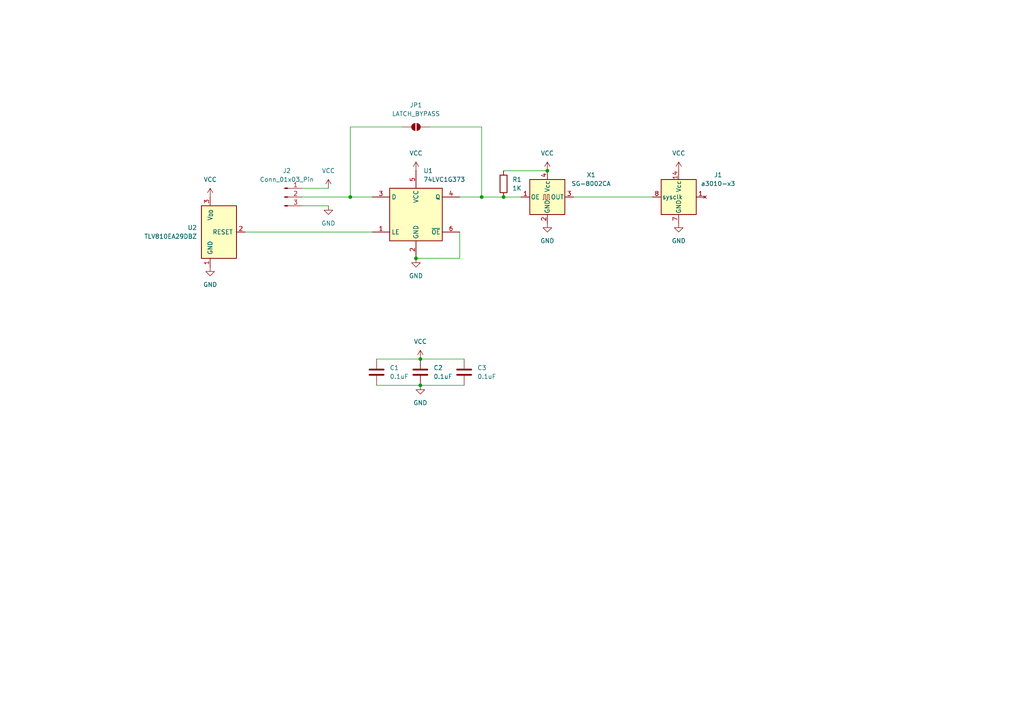
<source format=kicad_sch>
(kicad_sch (version 20250114) (generator "eeschema") (generator_version "9.0")
  (paper "A4")
  (title_block (title "a3010-sysclk-switcher") (date "2025-09-05") (rev "1.0"))
  (lib_symbols
    (symbol "74xGxx:74LVC1G373"
      (property "Reference" "U" (at -5.08 10.16 0))
      (property "Value" "74LVC1G373" (at 7.62 -10.16 0))
      (symbol "74LVC1G373_0_1"
        (rectangle (start -7.62 7.62) (end 7.62 -7.62) (stroke (width 0.254)) (fill (type background)))
      )
      (symbol "74LVC1G373_1_1"
        (pin input line (at -12.7 5.08 0) (length 5.08) (name "D") (number "3"))
        (pin input line (at -12.7 -5.08 0) (length 5.08) (name "LE") (number "1"))
        (pin power_in line (at 0 12.7 270) (length 5.08) (name "VCC") (number "5"))
        (pin power_in line (at 0 -12.7 90) (length 5.08) (name "GND") (number "2"))
        (pin tri_state line (at 12.7 5.08 180) (length 5.08) (name "Q") (number "4"))
        (pin input line (at 12.7 -5.08 180) (length 5.08) (name "~{OE}") (number "6"))
      )
    )
    (symbol "Connector:Conn_01x03_Pin" (pin_names (offset 1.016) (hide yes))
      (property "Reference" "J" (at 0 5.08 0))
      (property "Value" "Conn_01x03_Pin" (at 0 -5.08 0))
      (symbol "Conn_01x03_Pin_1_1"
        (rectangle (start 0.8636 2.667) (end 0 2.413) (stroke (width 0.1524)) (fill (type outline)))
        (rectangle (start 0.8636 0.127) (end 0 -0.127) (stroke (width 0.1524)) (fill (type outline)))
        (rectangle (start 0.8636 -2.413) (end 0 -2.667) (stroke (width 0.1524)) (fill (type outline)))
        (polyline (pts (xy 1.27 2.54) (xy 0.8636 2.54)) (stroke (width 0.1524)))
        (polyline (pts (xy 1.27 0) (xy 0.8636 0)) (stroke (width 0.1524)))
        (polyline (pts (xy 1.27 -2.54) (xy 0.8636 -2.54)) (stroke (width 0.1524)))
        (pin passive line (at 5.08 2.54 180) (length 3.81) (name "Pin_1") (number "1"))
        (pin passive line (at 5.08 0 180) (length 3.81) (name "Pin_2") (number "2"))
        (pin passive line (at 5.08 -2.54 180) (length 3.81) (name "Pin_3") (number "3"))
      )
    )
    (symbol "Device:C" (pin_numbers (hide yes)) (pin_names (offset 0.254))
      (property "Reference" "C" (at 0.635 2.54 0))
      (property "Value" "C" (at 0.635 -2.54 0))
      (symbol "C_0_1"
        (polyline (pts (xy -2.032 0.762) (xy 2.032 0.762)) (stroke (width 0.508)))
        (polyline (pts (xy -2.032 -0.762) (xy 2.032 -0.762)) (stroke (width 0.508)))
      )
      (symbol "C_1_1"
        (pin passive line (at 0 3.81 270) (length 2.794) (name "~") (number "1"))
        (pin passive line (at 0 -3.81 90) (length 2.794) (name "~") (number "2"))
      )
    )
    (symbol "Device:R" (pin_numbers (hide yes)) (pin_names (offset 0))
      (property "Reference" "R" (at 2.032 0 90))
      (property "Value" "R" (at 0 0 90))
      (symbol "R_0_1"
        (rectangle (start -1.016 -2.54) (end 1.016 2.54) (stroke (width 0.254)))
      )
      (symbol "R_1_1"
        (pin passive line (at 0 3.81 270) (length 1.27) (name "~") (number "1"))
        (pin passive line (at 0 -3.81 90) (length 1.27) (name "~") (number "2"))
      )
    )
    (symbol "Jumper:SolderJumper_2_Open" (pin_numbers (hide yes)) (pin_names (offset 0) (hide yes)) (in_bom no)
      (property "Reference" "JP" (at 0 2.032 0))
      (property "Value" "SolderJumper_2_Open" (at 0 -2.54 0))
      (symbol "SolderJumper_2_Open_0_1"
        (polyline (pts (xy -0.254 1.016) (xy -0.254 -1.016)))
        (arc (start -0.254 -1.016) (mid -1.2656 0) (end -0.254 1.016))
        (arc (start -0.254 -1.016) (mid -1.2656 0) (end -0.254 1.016) (fill (type outline)))
        (arc (start 0.254 1.016) (mid 1.2656 0) (end 0.254 -1.016))
        (arc (start 0.254 1.016) (mid 1.2656 0) (end 0.254 -1.016) (fill (type outline)))
        (polyline (pts (xy 0.254 1.016) (xy 0.254 -1.016)))
      )
      (symbol "SolderJumper_2_Open_1_1"
        (pin passive line (at -3.81 0 0) (length 2.54) (name "A") (number "1"))
        (pin passive line (at 3.81 0 180) (length 2.54) (name "B") (number "2"))
      )
    )
    (symbol "Oscillator:SG-8002CA" (pin_names (offset 0.254))
      (property "Reference" "Y" (at -5.08 6.35 0))
      (property "Value" "SG-8002CA" (at 1.27 -6.35 0))
      (symbol "SG-8002CA_0_1"
        (rectangle (start -5.08 5.08) (end 5.08 -5.08) (stroke (width 0.254)) (fill (type background)))
        (polyline (pts (xy -1.27 -0.762) (xy -1.016 -0.762) (xy -1.016 0.762) (xy -0.508 0.762) (xy -0.508 -0.762) (xy 0 -0.762) (xy 0 0.762) (xy 0.508 0.762) (xy 0.508 -0.762) (xy 0.762 -0.762)))
      )
      (symbol "SG-8002CA_1_1"
        (pin input line (at -7.62 0 0) (length 2.54) (name "OE") (number "1"))
        (pin power_in line (at 0 7.62 270) (length 2.54) (name "Vcc") (number "4"))
        (pin power_in line (at 0 -7.62 90) (length 2.54) (name "GND") (number "2"))
        (pin output line (at 7.62 0 180) (length 2.54) (name "OUT") (number "3"))
      )
    )
    (symbol "Power_Supervisor:TLV810EA29DBZ" (pin_names (offset 1.016))
      (property "Reference" "U" (at 2.54 10.16 0))
      (property "Value" "TLV810EA29DBZ" (at 10.16 12.7 0))
      (symbol "TLV810EA29DBZ_1_1"
        (rectangle (start -5.08 7.62) (end 5.08 -7.62) (stroke (width 0.254)) (fill (type background)))
        (pin power_in line (at -2.54 10.16 270) (length 2.54) (name "V_{DD}") (number "3"))
        (pin power_in line (at -2.54 -10.16 90) (length 2.54) (name "GND") (number "1"))
        (pin output line (at 7.62 0 180) (length 2.54) (name "RESET") (number "2"))
      )
    )
    (symbol "acorn-hw-symbols:a3010-x3" (pin_names (offset 0.254))
      (property "Reference" "J" (at -5.08 6.35 0))
      (property "Value" "a3010-x3" (at 1.27 -6.35 0))
      (symbol "a3010-x3_0_1"
        (rectangle (start -5.08 5.08) (end 5.08 -5.08) (stroke (width 0.254)) (fill (type background)))
      )
      (symbol "a3010-x3_1_1"
        (pin input line (at -7.62 0 0) (length 2.54) (name "sysclk") (number "8"))
        (pin power_out line (at 0 7.62 270) (length 2.54) (name "Vcc") (number "14"))
        (pin power_out line (at 0 -7.62 90) (length 2.54) (name "GND") (number "7"))
        (pin no_connect line (at 7.62 0 180) (length 2.54) (name "") (number "1"))
      )
    )
    (symbol "power:GND" (power) (pin_numbers (hide yes)) (pin_names (offset 0) (hide yes))
      (property "Value" "GND" (at 0 -3.81 0))
      (symbol "GND_0_1"
        (polyline (pts (xy 0 0) (xy 0 -1.27) (xy 1.27 -1.27) (xy 0 -2.54) (xy -1.27 -1.27) (xy 0 -1.27)))
      )
      (symbol "GND_1_1"
        (pin power_in line (at 0 0 270) (length 0) (name "~") (number "1"))
      )
    )
    (symbol "power:VCC" (power) (pin_numbers (hide yes)) (pin_names (offset 0) (hide yes))
      (property "Value" "VCC" (at 0 3.556 0))
      (symbol "VCC_0_1"
        (polyline (pts (xy -0.762 1.27) (xy 0 2.54)))
        (polyline (pts (xy 0 2.54) (xy 0.762 1.27)))
        (polyline (pts (xy 0 0) (xy 0 2.54)))
      )
      (symbol "VCC_1_1"
        (pin power_in line (at 0 0 90) (length 0) (name "~") (number "1"))
      )
    )
  )
  (junction (at 139.7 57.15))
  (junction (at 121.92 111.76))
  (junction (at 120.65 74.93))
  (junction (at 158.75 49.53))
  (junction (at 146.05 57.15))
  (junction (at 121.92 104.14))
  (junction (at 101.6 57.15))
  (wire (pts (xy 87.63 54.61) (xy 95.25 54.61)))
  (wire (pts (xy 121.92 104.14) (xy 134.62 104.14)))
  (wire (pts (xy 109.22 111.76) (xy 121.92 111.76)))
  (wire (pts (xy 120.65 74.93) (xy 133.35 74.93)))
  (wire (pts (xy 146.05 49.53) (xy 158.75 49.53)))
  (wire (pts (xy 101.6 36.83) (xy 116.84 36.83)))
  (wire (pts (xy 87.63 57.15) (xy 101.6 57.15)))
  (wire (pts (xy 101.6 57.15) (xy 101.6 36.83)))
  (wire (pts (xy 139.7 57.15) (xy 146.05 57.15)))
  (wire (pts (xy 109.22 104.14) (xy 121.92 104.14)))
  (wire (pts (xy 124.46 36.83) (xy 139.7 36.83)))
  (wire (pts (xy 101.6 57.15) (xy 107.95 57.15)))
  (wire (pts (xy 139.7 36.83) (xy 139.7 57.15)))
  (wire (pts (xy 133.35 57.15) (xy 139.7 57.15)))
  (wire (pts (xy 121.92 111.76) (xy 134.62 111.76)))
  (wire (pts (xy 166.37 57.15) (xy 189.23 57.15)))
  (wire (pts (xy 146.05 57.15) (xy 151.13 57.15)))
  (wire (pts (xy 71.12 67.31) (xy 107.95 67.31)))
  (wire (pts (xy 133.35 74.93) (xy 133.35 67.31)))
  (wire (pts (xy 87.63 59.69) (xy 95.25 59.69)))
  (symbol (lib_id "Device:C") (at 121.92 107.95 0) (unit 1)
    (property "Reference" "C2" (at 125.73 106.6799 0) (effects (justify left)))
    (property "Value" "0.1uF" (at 125.73 109.2199 0) (effects (justify left)))
    (property "Footprint" "Capacitor_SMD:C_0805_2012Metric_Pad1.18x1.45mm_HandSolder" (effects (hide yes)))
    (property "Description" "Unpolarized capacitor" (effects (hide yes)))
  )
  (symbol (lib_id "Jumper:SolderJumper_2_Open") (at 120.65 36.83 0) (unit 1) (in_bom no)
    (property "Reference" "JP1" (at 120.65 30.48 0))
    (property "Value" "LATCH_BYPASS" (at 120.65 33.02 0))
    (property "Footprint" "Resistor_SMD:R_0805_2012Metric_Pad1.20x1.40mm_HandSolder" (effects (hide yes)))
    (property "Description" "Solder Jumper, 2-pole, open" (effects (hide yes)))
  )
  (symbol (lib_id "power:VCC") (at 196.85 49.53 0) (unit 1)
    (property "Reference" "#PWR03" (effects (hide yes)))
    (property "Value" "VCC" (at 196.85 44.45 0))
    (property "Description" "Power symbol creates a global label with name \"VCC\"" (effects (hide yes)))
  )
  (symbol (lib_id "power:VCC") (at 60.96 57.15 0) (unit 1)
    (property "Reference" "#PWR015" (effects (hide yes)))
    (property "Value" "VCC" (at 60.96 52.07 0))
    (property "Description" "Power symbol creates a global label with name \"VCC\"" (effects (hide yes)))
  )
  (symbol (lib_id "Device:R") (at 146.05 53.34 0) (unit 1)
    (property "Reference" "R1" (at 148.59 52.0699 0) (effects (justify left)))
    (property "Value" "1K" (at 148.59 54.6099 0) (effects (justify left)))
    (property "Footprint" "Resistor_SMD:R_0805_2012Metric_Pad1.20x1.40mm_HandSolder" (effects (hide yes)))
    (property "Description" "Resistor" (effects (hide yes)))
  )
  (symbol (lib_id "power:GND") (at 158.75 64.77 0) (unit 1)
    (property "Reference" "#PWR05" (effects (hide yes)))
    (property "Value" "GND" (at 158.75 69.85 0))
    (property "Description" "Power symbol creates a global label with name \"GND\" , ground" (effects (hide yes)))
  )
  (symbol (lib_id "Connector:Conn_01x03_Pin") (at 82.55 57.15 0) (unit 1)
    (property "Reference" "J2" (at 83.185 49.53 0))
    (property "Value" "Conn_01x03_Pin" (at 83.185 52.07 0))
    (property "Footprint" "Connector_PinHeader_2.54mm:PinHeader_1x03_P2.54mm_Vertical" (effects (hide yes)))
    (property "Description" "Generic connector, single row, 01x03, script generated" (effects (hide yes)))
  )
  (symbol (lib_id "power:VCC") (at 120.65 49.53 0) (unit 1)
    (property "Reference" "#PWR09" (effects (hide yes)))
    (property "Value" "VCC" (at 120.65 44.45 0))
    (property "Description" "Power symbol creates a global label with name \"VCC\"" (effects (hide yes)))
  )
  (symbol (lib_id "power:VCC") (at 95.25 54.61 0) (unit 1)
    (property "Reference" "#PWR013" (effects (hide yes)))
    (property "Value" "VCC" (at 95.25 49.53 0))
    (property "Description" "Power symbol creates a global label with name \"VCC\"" (effects (hide yes)))
  )
  (symbol (lib_id "acorn-hw-symbols:a3010-x3") (at 196.85 57.15 0) (unit 1)
    (property "Reference" "J1" (at 208.28 50.7298 0))
    (property "Value" "a3010-x3" (at 208.28 53.2698 0))
    (property "Footprint" "acorn-hw-footprints:a3010-x3" (effects (hide yes)))
    (property "Datasheet" "http://cdn-reichelt.de/documents/datenblatt/B400/OSZI.pdf" (effects (hide yes)))
    (property "Description" "Crystal Clock Oscillator, DIP14-style metal package" (effects (hide yes)))
  )
  (symbol (lib_id "power:VCC") (at 121.92 104.14 0) (unit 1)
    (property "Reference" "#PWR011" (effects (hide yes)))
    (property "Value" "VCC" (at 121.92 99.06 0))
    (property "Description" "Power symbol creates a global label with name \"VCC\"" (effects (hide yes)))
  )
  (symbol (lib_id "Oscillator:SG-8002CA") (at 158.75 57.15 0) (unit 1)
    (property "Reference" "X1" (at 171.45 50.7298 0))
    (property "Value" "SG-8002CA" (at 171.45 53.2698 0))
    (property "Footprint" "Oscillator:Oscillator_SMD_SeikoEpson_SG8002CA-4Pin_7.0x5.0mm_HandSoldering" (effects (hide yes)))
    (property "Datasheet" "https://support.epson.biz/td/api/doc_check.php?mode=dl&lang=en&Parts=SG-8002DC" (effects (hide yes)))
    (property "Description" "CMOS Clock Oscillator 1 to 125 MHz" (effects (hide yes)))
  )
  (symbol (lib_id "power:GND") (at 120.65 74.93 0) (unit 1)
    (property "Reference" "#PWR010" (effects (hide yes)))
    (property "Value" "GND" (at 120.65 80.01 0))
    (property "Description" "Power symbol creates a global label with name \"GND\" , ground" (effects (hide yes)))
  )
  (symbol (lib_id "Device:C") (at 109.22 107.95 0) (unit 1)
    (property "Reference" "C1" (at 113.03 106.6799 0) (effects (justify left)))
    (property "Value" "0.1uF" (at 113.03 109.2199 0) (effects (justify left)))
    (property "Footprint" "Capacitor_SMD:C_0805_2012Metric_Pad1.18x1.45mm_HandSolder" (effects (hide yes)))
    (property "Description" "Unpolarized capacitor" (effects (hide yes)))
  )
  (symbol (lib_id "74xGxx:74LVC1G373") (at 120.65 62.23 0) (unit 1)
    (property "Reference" "U1" (at 122.7933 49.53 0) (effects (justify left)))
    (property "Value" "74LVC1G373" (at 122.7933 52.07 0) (effects (justify left)))
    (property "Footprint" "Package_TO_SOT_SMD:SOT-23-6_Handsoldering" (effects (hide yes)))
    (property "Datasheet" "http://www.ti.com/lit/sg/scyt129e/scyt129e.pdf" (effects (hide yes)))
    (property "Description" "Single D Latch, Low-Voltage CMOS" (effects (hide yes)))
  )
  (symbol (lib_id "power:GND") (at 60.96 77.47 0) (unit 1)
    (property "Reference" "#PWR016" (effects (hide yes)))
    (property "Value" "GND" (at 60.96 82.55 0))
    (property "Description" "Power symbol creates a global label with name \"GND\" , ground" (effects (hide yes)))
  )
  (symbol (lib_id "power:VCC") (at 158.75 49.53 0) (unit 1)
    (property "Reference" "#PWR01" (effects (hide yes)))
    (property "Value" "VCC" (at 158.75 44.45 0))
    (property "Description" "Power symbol creates a global label with name \"VCC\"" (effects (hide yes)))
  )
  (symbol (lib_id "power:GND") (at 121.92 111.76 0) (unit 1)
    (property "Reference" "#PWR012" (effects (hide yes)))
    (property "Value" "GND" (at 121.92 116.84 0))
    (property "Description" "Power symbol creates a global label with name \"GND\" , ground" (effects (hide yes)))
  )
  (symbol (lib_id "Device:C") (at 134.62 107.95 0) (unit 1)
    (property "Reference" "C3" (at 138.43 106.6799 0) (effects (justify left)))
    (property "Value" "0.1uF" (at 138.43 109.2199 0) (effects (justify left)))
    (property "Footprint" "Capacitor_SMD:C_0805_2012Metric_Pad1.18x1.45mm_HandSolder" (effects (hide yes)))
    (property "Description" "Unpolarized capacitor" (effects (hide yes)))
  )
  (symbol (lib_id "power:GND") (at 196.85 64.77 0) (unit 1)
    (property "Reference" "#PWR04" (effects (hide yes)))
    (property "Value" "GND" (at 196.85 69.85 0))
    (property "Description" "Power symbol creates a global label with name \"GND\" , ground" (effects (hide yes)))
  )
  (symbol (lib_id "Power_Supervisor:TLV810EA29DBZ") (at 63.5 67.31 0) (unit 1)
    (property "Reference" "U2" (at 57.15 66.0399 0) (effects (justify right)))
    (property "Value" "TLV810EA29DBZ" (at 57.15 68.5799 0) (effects (justify right)))
    (property "Footprint" "Package_TO_SOT_SMD:SOT-23_Handsoldering" (effects (hide yes)))
    (property "Datasheet" "https://www.ti.com/lit/ds/symlink/tlv803e.pdf" (effects (hide yes)))
    (property "Description" "push-pull, active-high, 200mS reset delay, 2.93V threshold voltage, SOT-23" (effects (hide yes)))
  )
  (symbol (lib_id "power:GND") (at 95.25 59.69 0) (unit 1)
    (property "Reference" "#PWR014" (effects (hide yes)))
    (property "Value" "GND" (at 95.25 64.77 0))
    (property "Description" "Power symbol creates a global label with name \"GND\" , ground" (effects (hide yes)))
  )
)
</source>
